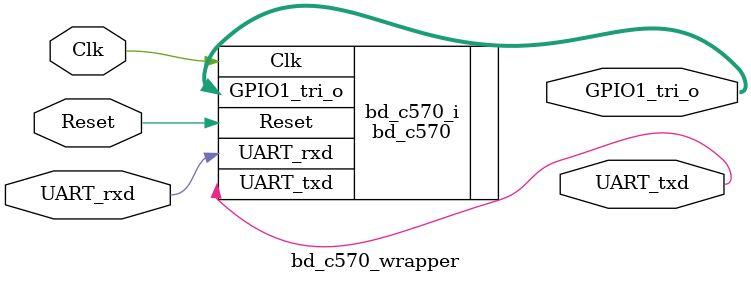
<source format=v>
`timescale 1 ps / 1 ps

module bd_c570_wrapper
   (Clk,
    GPIO1_tri_o,
    Reset,
    UART_rxd,
    UART_txd);
  input Clk;
  output [7:0]GPIO1_tri_o;
  input Reset;
  input UART_rxd;
  output UART_txd;

  wire Clk;
  wire [7:0]GPIO1_tri_o;
  wire Reset;
  wire UART_rxd;
  wire UART_txd;

  bd_c570 bd_c570_i
       (.Clk(Clk),
        .GPIO1_tri_o(GPIO1_tri_o),
        .Reset(Reset),
        .UART_rxd(UART_rxd),
        .UART_txd(UART_txd));
endmodule

</source>
